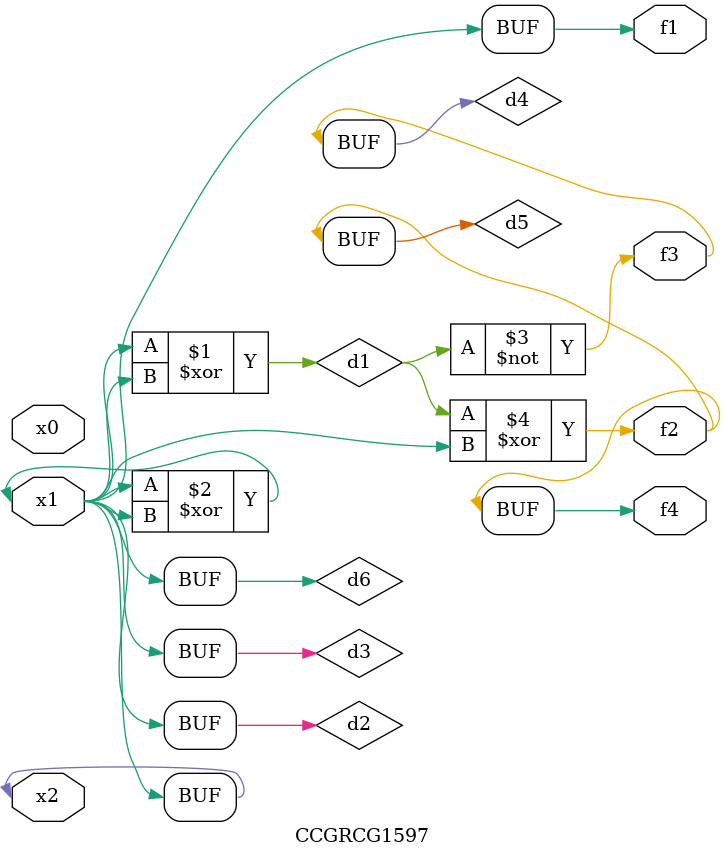
<source format=v>
module CCGRCG1597(
	input x0, x1, x2,
	output f1, f2, f3, f4
);

	wire d1, d2, d3, d4, d5, d6;

	xor (d1, x1, x2);
	buf (d2, x1, x2);
	xor (d3, x1, x2);
	nor (d4, d1);
	xor (d5, d1, d2);
	buf (d6, d2, d3);
	assign f1 = d6;
	assign f2 = d5;
	assign f3 = d4;
	assign f4 = d5;
endmodule

</source>
